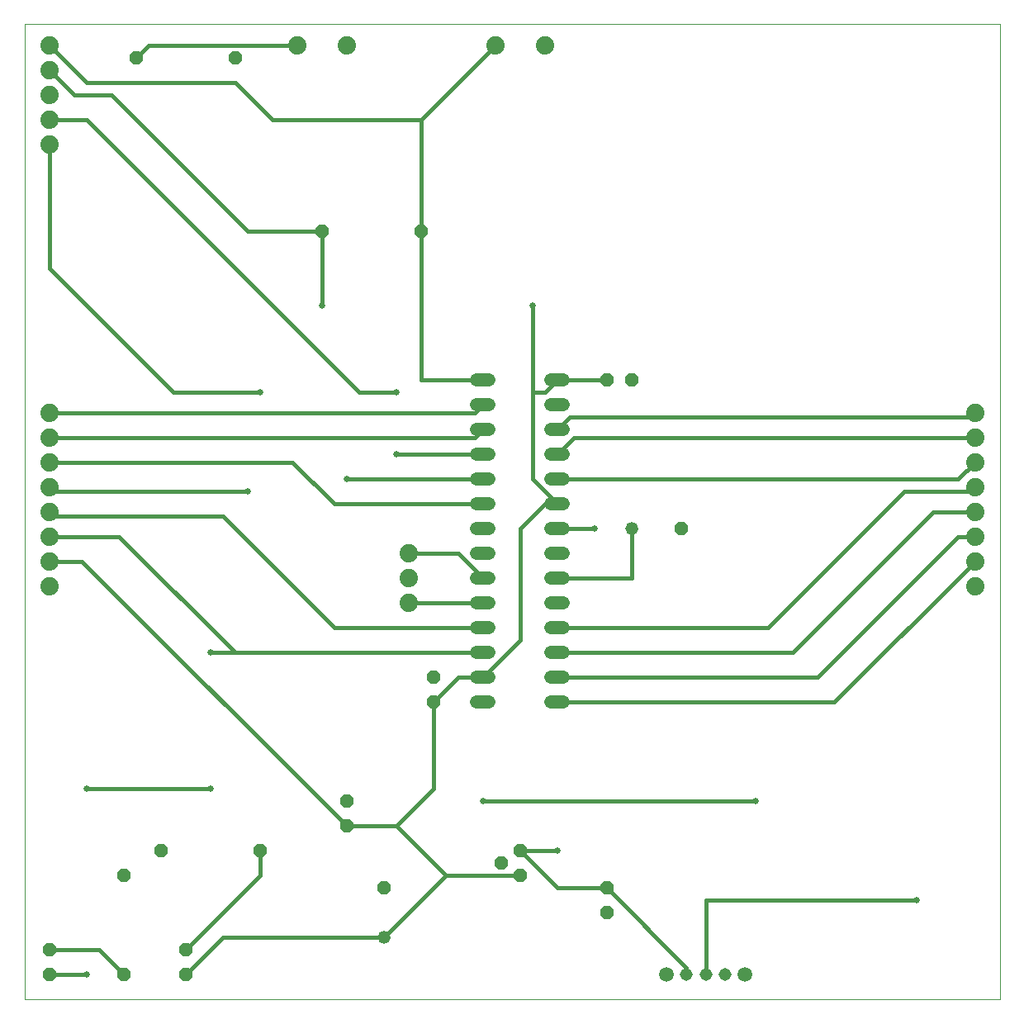
<source format=gtl>
G04 EAGLE Gerber RS-274X export*
G75*
%MOMM*%
%FSLAX34Y34*%
%LPD*%
%INTop Layer*%
%IPPOS*%
%AMOC8*
5,1,8,0,0,1.08239X$1,22.5*%
G01*
%ADD10C,0.000000*%
%ADD11P,1.429621X8X22.500000*%
%ADD12P,1.429621X8X112.500000*%
%ADD13P,1.429621X8X292.500000*%
%ADD14C,1.320800*%
%ADD15P,1.429621X8X202.500000*%
%ADD16C,1.320800*%
%ADD17C,1.308000*%
%ADD18C,1.508000*%
%ADD19C,1.879600*%
%ADD20C,0.654800*%
%ADD21C,0.406400*%
%ADD22C,0.152400*%


D10*
X0Y0D02*
X1000000Y0D01*
X1000000Y1000000D01*
X0Y1000000D01*
X0Y0D01*
D11*
X596900Y635000D03*
X622300Y635000D03*
D12*
X419100Y304800D03*
X419100Y330200D03*
D13*
X596900Y114300D03*
X596900Y88900D03*
D12*
X330200Y177800D03*
X330200Y203200D03*
D14*
X622300Y482600D03*
D11*
X673100Y482600D03*
D14*
X368300Y63500D03*
D12*
X368300Y114300D03*
X165100Y25400D03*
X165100Y50800D03*
X25400Y25400D03*
X25400Y50800D03*
D11*
X139700Y152400D03*
X241300Y152400D03*
D13*
X101600Y127000D03*
X101600Y25400D03*
D15*
X406400Y787400D03*
X304800Y787400D03*
D11*
X114300Y965200D03*
X215900Y965200D03*
D16*
X463296Y635000D02*
X476504Y635000D01*
X476504Y609600D02*
X463296Y609600D01*
X463296Y584200D02*
X476504Y584200D01*
X476504Y558800D02*
X463296Y558800D01*
X463296Y533400D02*
X476504Y533400D01*
X476504Y508000D02*
X463296Y508000D01*
X463296Y482600D02*
X476504Y482600D01*
X476504Y457200D02*
X463296Y457200D01*
X463296Y431800D02*
X476504Y431800D01*
X476504Y406400D02*
X463296Y406400D01*
X463296Y381000D02*
X476504Y381000D01*
X476504Y355600D02*
X463296Y355600D01*
X463296Y330200D02*
X476504Y330200D01*
X476504Y304800D02*
X463296Y304800D01*
X539496Y304800D02*
X552704Y304800D01*
X552704Y330200D02*
X539496Y330200D01*
X539496Y355600D02*
X552704Y355600D01*
X552704Y381000D02*
X539496Y381000D01*
X539496Y406400D02*
X552704Y406400D01*
X552704Y431800D02*
X539496Y431800D01*
X539496Y457200D02*
X552704Y457200D01*
X552704Y482600D02*
X539496Y482600D01*
X539496Y508000D02*
X552704Y508000D01*
X552704Y533400D02*
X539496Y533400D01*
X539496Y558800D02*
X552704Y558800D01*
X552704Y584200D02*
X539496Y584200D01*
X539496Y609600D02*
X552704Y609600D01*
X552704Y635000D02*
X539496Y635000D01*
D17*
X718500Y25400D03*
X698500Y25400D03*
X678500Y25400D03*
D18*
X738500Y25400D03*
X658500Y25400D03*
D12*
X508000Y152400D03*
X488950Y139700D03*
X508000Y127000D03*
D19*
X482600Y977900D03*
X533400Y977900D03*
X279400Y977900D03*
X330200Y977900D03*
X974600Y423800D03*
X974600Y449200D03*
X974600Y474600D03*
X974600Y500000D03*
X974600Y525400D03*
X974600Y550800D03*
X974600Y576200D03*
X974600Y601600D03*
X25400Y423800D03*
X25400Y449200D03*
X25400Y474600D03*
X25400Y500000D03*
X25400Y525400D03*
X25400Y550800D03*
X25400Y576200D03*
X25400Y601600D03*
X25400Y977900D03*
X25400Y952500D03*
X25400Y927100D03*
X25400Y901700D03*
X25400Y876300D03*
X393700Y457200D03*
X393700Y431800D03*
X393700Y406400D03*
D20*
X914400Y101600D03*
D21*
X698500Y101600D01*
X698500Y25400D01*
D22*
X678500Y25400D02*
X678500Y32700D01*
D21*
X596900Y114300D01*
X546100Y114300D01*
X508000Y152400D01*
X546100Y304800D02*
X830200Y304800D01*
X974600Y449200D01*
D20*
X546100Y152400D03*
D21*
X508000Y152400D01*
X241300Y127000D02*
X165100Y50800D01*
X241300Y127000D02*
X241300Y152400D01*
X101600Y25400D02*
X76200Y50800D01*
X25400Y50800D01*
X431800Y127000D02*
X508000Y127000D01*
X431800Y127000D02*
X368300Y63500D01*
X203200Y63500D01*
X165100Y25400D01*
X381000Y177800D02*
X431800Y127000D01*
X381000Y177800D02*
X330200Y177800D01*
X58800Y449200D01*
X25400Y449200D01*
X381000Y177800D02*
X419100Y215900D01*
X419100Y304800D01*
X444500Y330200D01*
X469900Y330200D01*
X508000Y368300D01*
X508000Y482600D01*
X533400Y508000D01*
X546100Y508000D01*
X520700Y533400D01*
X520700Y622300D01*
X533400Y622300D01*
X546100Y635000D01*
X596900Y635000D01*
X304800Y787400D02*
X228600Y787400D01*
X88900Y927100D02*
X50800Y927100D01*
X25400Y952500D01*
X88900Y927100D02*
X228600Y787400D01*
X520700Y711200D02*
X520700Y622300D01*
D20*
X520700Y711200D03*
X304800Y711200D03*
D21*
X304800Y787400D01*
X393700Y406400D02*
X469900Y406400D01*
X546100Y431800D02*
X622300Y431800D01*
X622300Y482600D01*
X444500Y457200D02*
X393700Y457200D01*
X444500Y457200D02*
X469900Y431800D01*
X406400Y787400D02*
X406400Y901700D01*
X482600Y977900D01*
X63500Y939800D02*
X25400Y977900D01*
X215900Y939800D02*
X254000Y901700D01*
X406400Y901700D01*
X215900Y939800D02*
X63500Y939800D01*
X406400Y787400D02*
X406400Y635000D01*
X469900Y635000D01*
X279400Y977900D02*
X127000Y977900D01*
X114300Y965200D01*
X317500Y381000D02*
X469900Y381000D01*
X317500Y381000D02*
X203200Y495300D01*
X30100Y495300D01*
X25400Y500000D01*
X215900Y355600D02*
X469900Y355600D01*
X96900Y474600D02*
X25400Y474600D01*
X96900Y474600D02*
X215900Y355600D01*
X190500Y355600D01*
D20*
X190500Y355600D03*
X190500Y215900D03*
D21*
X63500Y215900D01*
D20*
X63500Y215900D03*
X63500Y25400D03*
D21*
X25400Y25400D01*
D20*
X228600Y520700D03*
D21*
X30100Y520700D01*
X25400Y525400D01*
X317500Y508000D02*
X469900Y508000D01*
X274700Y550800D02*
X25400Y550800D01*
X274700Y550800D02*
X317500Y508000D01*
X330200Y533400D02*
X469900Y533400D01*
D20*
X330200Y533400D03*
X241300Y622300D03*
D21*
X152400Y622300D01*
X25400Y749300D01*
X25400Y876300D01*
X381000Y558800D02*
X469900Y558800D01*
D20*
X381000Y558800D03*
X381000Y622300D03*
D21*
X342900Y622300D01*
X63500Y901700D01*
X25400Y901700D01*
X25400Y576200D02*
X461900Y576200D01*
X469900Y584200D01*
X461900Y601600D02*
X25400Y601600D01*
X461900Y601600D02*
X469900Y609600D01*
X546100Y584200D02*
X558800Y596900D01*
X977900Y596900D01*
X974600Y600200D01*
X974600Y601600D01*
X563500Y576200D02*
X546100Y558800D01*
X563500Y576200D02*
X974600Y576200D01*
X957200Y533400D02*
X546100Y533400D01*
X957200Y533400D02*
X974600Y550800D01*
X787400Y355600D02*
X546100Y355600D01*
X787400Y355600D02*
X931800Y500000D01*
X974600Y500000D01*
X812800Y330200D02*
X546100Y330200D01*
X957200Y474600D02*
X974600Y474600D01*
X957200Y474600D02*
X812800Y330200D01*
X762000Y381000D02*
X546100Y381000D01*
X969900Y520700D02*
X974600Y525400D01*
X901700Y520700D02*
X762000Y381000D01*
X901700Y520700D02*
X969900Y520700D01*
X584200Y482600D02*
X546100Y482600D01*
D20*
X584200Y482600D03*
X469900Y203200D03*
D21*
X749300Y203200D01*
D20*
X749300Y203200D03*
M02*

</source>
